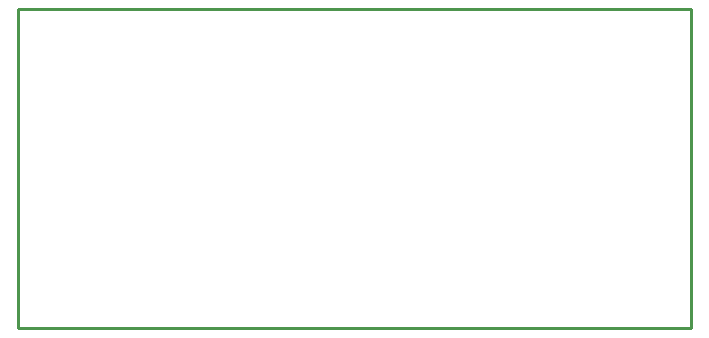
<source format=gbr>
G04 EAGLE Gerber RS-274X export*
G75*
%MOMM*%
%FSLAX34Y34*%
%LPD*%
%IN*%
%IPPOS*%
%AMOC8*
5,1,8,0,0,1.08239X$1,22.5*%
G01*
%ADD10C,0.254000*%


D10*
X0Y0D02*
X569470Y0D01*
X569470Y270410D01*
X0Y270410D01*
X0Y0D01*
M02*

</source>
